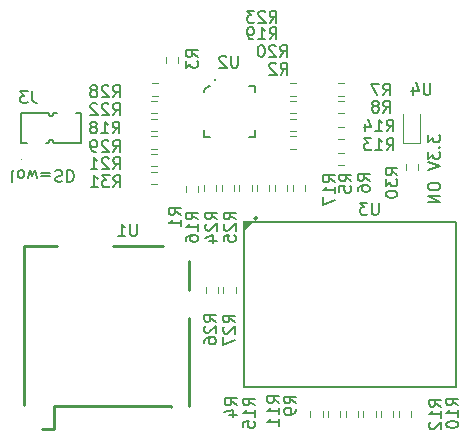
<source format=gbr>
%TF.GenerationSoftware,KiCad,Pcbnew,9.0.2*%
%TF.CreationDate,2025-06-23T22:31:53+02:00*%
%TF.ProjectId,Board,426f6172-642e-46b6-9963-61645f706362,rev?*%
%TF.SameCoordinates,Original*%
%TF.FileFunction,Legend,Bot*%
%TF.FilePolarity,Positive*%
%FSLAX46Y46*%
G04 Gerber Fmt 4.6, Leading zero omitted, Abs format (unit mm)*
G04 Created by KiCad (PCBNEW 9.0.2) date 2025-06-23 22:31:53*
%MOMM*%
%LPD*%
G01*
G04 APERTURE LIST*
%ADD10C,0.150000*%
%ADD11C,0.120000*%
%ADD12C,0.254001*%
%ADD13C,0.152400*%
%ADD14C,0.059995*%
%ADD15C,0.149987*%
%ADD16C,0.100000*%
%ADD17C,0.152000*%
G04 APERTURE END LIST*
D10*
X103969819Y-73341541D02*
X103969819Y-73960588D01*
X103969819Y-73960588D02*
X104350771Y-73627255D01*
X104350771Y-73627255D02*
X104350771Y-73770112D01*
X104350771Y-73770112D02*
X104398390Y-73865350D01*
X104398390Y-73865350D02*
X104446009Y-73912969D01*
X104446009Y-73912969D02*
X104541247Y-73960588D01*
X104541247Y-73960588D02*
X104779342Y-73960588D01*
X104779342Y-73960588D02*
X104874580Y-73912969D01*
X104874580Y-73912969D02*
X104922200Y-73865350D01*
X104922200Y-73865350D02*
X104969819Y-73770112D01*
X104969819Y-73770112D02*
X104969819Y-73484398D01*
X104969819Y-73484398D02*
X104922200Y-73389160D01*
X104922200Y-73389160D02*
X104874580Y-73341541D01*
X104874580Y-74389160D02*
X104922200Y-74436779D01*
X104922200Y-74436779D02*
X104969819Y-74389160D01*
X104969819Y-74389160D02*
X104922200Y-74341541D01*
X104922200Y-74341541D02*
X104874580Y-74389160D01*
X104874580Y-74389160D02*
X104969819Y-74389160D01*
X103969819Y-74770112D02*
X103969819Y-75389159D01*
X103969819Y-75389159D02*
X104350771Y-75055826D01*
X104350771Y-75055826D02*
X104350771Y-75198683D01*
X104350771Y-75198683D02*
X104398390Y-75293921D01*
X104398390Y-75293921D02*
X104446009Y-75341540D01*
X104446009Y-75341540D02*
X104541247Y-75389159D01*
X104541247Y-75389159D02*
X104779342Y-75389159D01*
X104779342Y-75389159D02*
X104874580Y-75341540D01*
X104874580Y-75341540D02*
X104922200Y-75293921D01*
X104922200Y-75293921D02*
X104969819Y-75198683D01*
X104969819Y-75198683D02*
X104969819Y-74912969D01*
X104969819Y-74912969D02*
X104922200Y-74817731D01*
X104922200Y-74817731D02*
X104874580Y-74770112D01*
X103969819Y-75674874D02*
X104969819Y-76008207D01*
X104969819Y-76008207D02*
X103969819Y-76341540D01*
X103969819Y-77627255D02*
X103969819Y-77817731D01*
X103969819Y-77817731D02*
X104017438Y-77912969D01*
X104017438Y-77912969D02*
X104112676Y-78008207D01*
X104112676Y-78008207D02*
X104303152Y-78055826D01*
X104303152Y-78055826D02*
X104636485Y-78055826D01*
X104636485Y-78055826D02*
X104826961Y-78008207D01*
X104826961Y-78008207D02*
X104922200Y-77912969D01*
X104922200Y-77912969D02*
X104969819Y-77817731D01*
X104969819Y-77817731D02*
X104969819Y-77627255D01*
X104969819Y-77627255D02*
X104922200Y-77532017D01*
X104922200Y-77532017D02*
X104826961Y-77436779D01*
X104826961Y-77436779D02*
X104636485Y-77389160D01*
X104636485Y-77389160D02*
X104303152Y-77389160D01*
X104303152Y-77389160D02*
X104112676Y-77436779D01*
X104112676Y-77436779D02*
X104017438Y-77532017D01*
X104017438Y-77532017D02*
X103969819Y-77627255D01*
X104969819Y-78484398D02*
X103969819Y-78484398D01*
X103969819Y-78484398D02*
X104969819Y-79055826D01*
X104969819Y-79055826D02*
X103969819Y-79055826D01*
X68879636Y-76330180D02*
X68784398Y-76377800D01*
X68784398Y-76377800D02*
X68736779Y-76473038D01*
X68736779Y-76473038D02*
X68736779Y-77330180D01*
X69403446Y-76330180D02*
X69308208Y-76377800D01*
X69308208Y-76377800D02*
X69260589Y-76425419D01*
X69260589Y-76425419D02*
X69212970Y-76520657D01*
X69212970Y-76520657D02*
X69212970Y-76806371D01*
X69212970Y-76806371D02*
X69260589Y-76901609D01*
X69260589Y-76901609D02*
X69308208Y-76949228D01*
X69308208Y-76949228D02*
X69403446Y-76996847D01*
X69403446Y-76996847D02*
X69546303Y-76996847D01*
X69546303Y-76996847D02*
X69641541Y-76949228D01*
X69641541Y-76949228D02*
X69689160Y-76901609D01*
X69689160Y-76901609D02*
X69736779Y-76806371D01*
X69736779Y-76806371D02*
X69736779Y-76520657D01*
X69736779Y-76520657D02*
X69689160Y-76425419D01*
X69689160Y-76425419D02*
X69641541Y-76377800D01*
X69641541Y-76377800D02*
X69546303Y-76330180D01*
X69546303Y-76330180D02*
X69403446Y-76330180D01*
X70070113Y-76996847D02*
X70260589Y-76330180D01*
X70260589Y-76330180D02*
X70451065Y-76806371D01*
X70451065Y-76806371D02*
X70641541Y-76330180D01*
X70641541Y-76330180D02*
X70832017Y-76996847D01*
X71212970Y-76853990D02*
X71974875Y-76853990D01*
X71974875Y-76568276D02*
X71212970Y-76568276D01*
X72403446Y-76377800D02*
X72546303Y-76330180D01*
X72546303Y-76330180D02*
X72784398Y-76330180D01*
X72784398Y-76330180D02*
X72879636Y-76377800D01*
X72879636Y-76377800D02*
X72927255Y-76425419D01*
X72927255Y-76425419D02*
X72974874Y-76520657D01*
X72974874Y-76520657D02*
X72974874Y-76615895D01*
X72974874Y-76615895D02*
X72927255Y-76711133D01*
X72927255Y-76711133D02*
X72879636Y-76758752D01*
X72879636Y-76758752D02*
X72784398Y-76806371D01*
X72784398Y-76806371D02*
X72593922Y-76853990D01*
X72593922Y-76853990D02*
X72498684Y-76901609D01*
X72498684Y-76901609D02*
X72451065Y-76949228D01*
X72451065Y-76949228D02*
X72403446Y-77044466D01*
X72403446Y-77044466D02*
X72403446Y-77139704D01*
X72403446Y-77139704D02*
X72451065Y-77234942D01*
X72451065Y-77234942D02*
X72498684Y-77282561D01*
X72498684Y-77282561D02*
X72593922Y-77330180D01*
X72593922Y-77330180D02*
X72832017Y-77330180D01*
X72832017Y-77330180D02*
X72974874Y-77282561D01*
X73403446Y-76330180D02*
X73403446Y-77330180D01*
X73403446Y-77330180D02*
X73641541Y-77330180D01*
X73641541Y-77330180D02*
X73784398Y-77282561D01*
X73784398Y-77282561D02*
X73879636Y-77187323D01*
X73879636Y-77187323D02*
X73927255Y-77092085D01*
X73927255Y-77092085D02*
X73974874Y-76901609D01*
X73974874Y-76901609D02*
X73974874Y-76758752D01*
X73974874Y-76758752D02*
X73927255Y-76568276D01*
X73927255Y-76568276D02*
X73879636Y-76473038D01*
X73879636Y-76473038D02*
X73784398Y-76377800D01*
X73784398Y-76377800D02*
X73641541Y-76330180D01*
X73641541Y-76330180D02*
X73403446Y-76330180D01*
X104161904Y-68954819D02*
X104161904Y-69764342D01*
X104161904Y-69764342D02*
X104114285Y-69859580D01*
X104114285Y-69859580D02*
X104066666Y-69907200D01*
X104066666Y-69907200D02*
X103971428Y-69954819D01*
X103971428Y-69954819D02*
X103780952Y-69954819D01*
X103780952Y-69954819D02*
X103685714Y-69907200D01*
X103685714Y-69907200D02*
X103638095Y-69859580D01*
X103638095Y-69859580D02*
X103590476Y-69764342D01*
X103590476Y-69764342D02*
X103590476Y-68954819D01*
X102685714Y-69288152D02*
X102685714Y-69954819D01*
X102923809Y-68907200D02*
X103161904Y-69621485D01*
X103161904Y-69621485D02*
X102542857Y-69621485D01*
X86005404Y-89166352D02*
X85529213Y-88833019D01*
X86005404Y-88594924D02*
X85005404Y-88594924D01*
X85005404Y-88594924D02*
X85005404Y-88975876D01*
X85005404Y-88975876D02*
X85053023Y-89071114D01*
X85053023Y-89071114D02*
X85100642Y-89118733D01*
X85100642Y-89118733D02*
X85195880Y-89166352D01*
X85195880Y-89166352D02*
X85338737Y-89166352D01*
X85338737Y-89166352D02*
X85433975Y-89118733D01*
X85433975Y-89118733D02*
X85481594Y-89071114D01*
X85481594Y-89071114D02*
X85529213Y-88975876D01*
X85529213Y-88975876D02*
X85529213Y-88594924D01*
X85100642Y-89547305D02*
X85053023Y-89594924D01*
X85053023Y-89594924D02*
X85005404Y-89690162D01*
X85005404Y-89690162D02*
X85005404Y-89928257D01*
X85005404Y-89928257D02*
X85053023Y-90023495D01*
X85053023Y-90023495D02*
X85100642Y-90071114D01*
X85100642Y-90071114D02*
X85195880Y-90118733D01*
X85195880Y-90118733D02*
X85291118Y-90118733D01*
X85291118Y-90118733D02*
X85433975Y-90071114D01*
X85433975Y-90071114D02*
X86005404Y-89499686D01*
X86005404Y-89499686D02*
X86005404Y-90118733D01*
X85005404Y-90975876D02*
X85005404Y-90785400D01*
X85005404Y-90785400D02*
X85053023Y-90690162D01*
X85053023Y-90690162D02*
X85100642Y-90642543D01*
X85100642Y-90642543D02*
X85243499Y-90547305D01*
X85243499Y-90547305D02*
X85433975Y-90499686D01*
X85433975Y-90499686D02*
X85814927Y-90499686D01*
X85814927Y-90499686D02*
X85910165Y-90547305D01*
X85910165Y-90547305D02*
X85957785Y-90594924D01*
X85957785Y-90594924D02*
X86005404Y-90690162D01*
X86005404Y-90690162D02*
X86005404Y-90880638D01*
X86005404Y-90880638D02*
X85957785Y-90975876D01*
X85957785Y-90975876D02*
X85910165Y-91023495D01*
X85910165Y-91023495D02*
X85814927Y-91071114D01*
X85814927Y-91071114D02*
X85576832Y-91071114D01*
X85576832Y-91071114D02*
X85481594Y-91023495D01*
X85481594Y-91023495D02*
X85433975Y-90975876D01*
X85433975Y-90975876D02*
X85386356Y-90880638D01*
X85386356Y-90880638D02*
X85386356Y-90690162D01*
X85386356Y-90690162D02*
X85433975Y-90594924D01*
X85433975Y-90594924D02*
X85481594Y-90547305D01*
X85481594Y-90547305D02*
X85576832Y-90499686D01*
X84454819Y-66733333D02*
X83978628Y-66400000D01*
X84454819Y-66161905D02*
X83454819Y-66161905D01*
X83454819Y-66161905D02*
X83454819Y-66542857D01*
X83454819Y-66542857D02*
X83502438Y-66638095D01*
X83502438Y-66638095D02*
X83550057Y-66685714D01*
X83550057Y-66685714D02*
X83645295Y-66733333D01*
X83645295Y-66733333D02*
X83788152Y-66733333D01*
X83788152Y-66733333D02*
X83883390Y-66685714D01*
X83883390Y-66685714D02*
X83931009Y-66638095D01*
X83931009Y-66638095D02*
X83978628Y-66542857D01*
X83978628Y-66542857D02*
X83978628Y-66161905D01*
X83454819Y-67066667D02*
X83454819Y-67685714D01*
X83454819Y-67685714D02*
X83835771Y-67352381D01*
X83835771Y-67352381D02*
X83835771Y-67495238D01*
X83835771Y-67495238D02*
X83883390Y-67590476D01*
X83883390Y-67590476D02*
X83931009Y-67638095D01*
X83931009Y-67638095D02*
X84026247Y-67685714D01*
X84026247Y-67685714D02*
X84264342Y-67685714D01*
X84264342Y-67685714D02*
X84359580Y-67638095D01*
X84359580Y-67638095D02*
X84407200Y-67590476D01*
X84407200Y-67590476D02*
X84454819Y-67495238D01*
X84454819Y-67495238D02*
X84454819Y-67209524D01*
X84454819Y-67209524D02*
X84407200Y-67114286D01*
X84407200Y-67114286D02*
X84359580Y-67066667D01*
X87754819Y-96233333D02*
X87278628Y-95900000D01*
X87754819Y-95661905D02*
X86754819Y-95661905D01*
X86754819Y-95661905D02*
X86754819Y-96042857D01*
X86754819Y-96042857D02*
X86802438Y-96138095D01*
X86802438Y-96138095D02*
X86850057Y-96185714D01*
X86850057Y-96185714D02*
X86945295Y-96233333D01*
X86945295Y-96233333D02*
X87088152Y-96233333D01*
X87088152Y-96233333D02*
X87183390Y-96185714D01*
X87183390Y-96185714D02*
X87231009Y-96138095D01*
X87231009Y-96138095D02*
X87278628Y-96042857D01*
X87278628Y-96042857D02*
X87278628Y-95661905D01*
X87088152Y-97090476D02*
X87754819Y-97090476D01*
X86707200Y-96852381D02*
X87421485Y-96614286D01*
X87421485Y-96614286D02*
X87421485Y-97233333D01*
X79311904Y-80904819D02*
X79311904Y-81714342D01*
X79311904Y-81714342D02*
X79264285Y-81809580D01*
X79264285Y-81809580D02*
X79216666Y-81857200D01*
X79216666Y-81857200D02*
X79121428Y-81904819D01*
X79121428Y-81904819D02*
X78930952Y-81904819D01*
X78930952Y-81904819D02*
X78835714Y-81857200D01*
X78835714Y-81857200D02*
X78788095Y-81809580D01*
X78788095Y-81809580D02*
X78740476Y-81714342D01*
X78740476Y-81714342D02*
X78740476Y-80904819D01*
X77740476Y-81904819D02*
X78311904Y-81904819D01*
X78026190Y-81904819D02*
X78026190Y-80904819D01*
X78026190Y-80904819D02*
X78121428Y-81047676D01*
X78121428Y-81047676D02*
X78216666Y-81142914D01*
X78216666Y-81142914D02*
X78311904Y-81190533D01*
X77252857Y-73229819D02*
X77586190Y-72753628D01*
X77824285Y-73229819D02*
X77824285Y-72229819D01*
X77824285Y-72229819D02*
X77443333Y-72229819D01*
X77443333Y-72229819D02*
X77348095Y-72277438D01*
X77348095Y-72277438D02*
X77300476Y-72325057D01*
X77300476Y-72325057D02*
X77252857Y-72420295D01*
X77252857Y-72420295D02*
X77252857Y-72563152D01*
X77252857Y-72563152D02*
X77300476Y-72658390D01*
X77300476Y-72658390D02*
X77348095Y-72706009D01*
X77348095Y-72706009D02*
X77443333Y-72753628D01*
X77443333Y-72753628D02*
X77824285Y-72753628D01*
X76300476Y-73229819D02*
X76871904Y-73229819D01*
X76586190Y-73229819D02*
X76586190Y-72229819D01*
X76586190Y-72229819D02*
X76681428Y-72372676D01*
X76681428Y-72372676D02*
X76776666Y-72467914D01*
X76776666Y-72467914D02*
X76871904Y-72515533D01*
X75729047Y-72658390D02*
X75824285Y-72610771D01*
X75824285Y-72610771D02*
X75871904Y-72563152D01*
X75871904Y-72563152D02*
X75919523Y-72467914D01*
X75919523Y-72467914D02*
X75919523Y-72420295D01*
X75919523Y-72420295D02*
X75871904Y-72325057D01*
X75871904Y-72325057D02*
X75824285Y-72277438D01*
X75824285Y-72277438D02*
X75729047Y-72229819D01*
X75729047Y-72229819D02*
X75538571Y-72229819D01*
X75538571Y-72229819D02*
X75443333Y-72277438D01*
X75443333Y-72277438D02*
X75395714Y-72325057D01*
X75395714Y-72325057D02*
X75348095Y-72420295D01*
X75348095Y-72420295D02*
X75348095Y-72467914D01*
X75348095Y-72467914D02*
X75395714Y-72563152D01*
X75395714Y-72563152D02*
X75443333Y-72610771D01*
X75443333Y-72610771D02*
X75538571Y-72658390D01*
X75538571Y-72658390D02*
X75729047Y-72658390D01*
X75729047Y-72658390D02*
X75824285Y-72706009D01*
X75824285Y-72706009D02*
X75871904Y-72753628D01*
X75871904Y-72753628D02*
X75919523Y-72848866D01*
X75919523Y-72848866D02*
X75919523Y-73039342D01*
X75919523Y-73039342D02*
X75871904Y-73134580D01*
X75871904Y-73134580D02*
X75824285Y-73182200D01*
X75824285Y-73182200D02*
X75729047Y-73229819D01*
X75729047Y-73229819D02*
X75538571Y-73229819D01*
X75538571Y-73229819D02*
X75443333Y-73182200D01*
X75443333Y-73182200D02*
X75395714Y-73134580D01*
X75395714Y-73134580D02*
X75348095Y-73039342D01*
X75348095Y-73039342D02*
X75348095Y-72848866D01*
X75348095Y-72848866D02*
X75395714Y-72753628D01*
X75395714Y-72753628D02*
X75443333Y-72706009D01*
X75443333Y-72706009D02*
X75538571Y-72658390D01*
X106504819Y-96257142D02*
X106028628Y-95923809D01*
X106504819Y-95685714D02*
X105504819Y-95685714D01*
X105504819Y-95685714D02*
X105504819Y-96066666D01*
X105504819Y-96066666D02*
X105552438Y-96161904D01*
X105552438Y-96161904D02*
X105600057Y-96209523D01*
X105600057Y-96209523D02*
X105695295Y-96257142D01*
X105695295Y-96257142D02*
X105838152Y-96257142D01*
X105838152Y-96257142D02*
X105933390Y-96209523D01*
X105933390Y-96209523D02*
X105981009Y-96161904D01*
X105981009Y-96161904D02*
X106028628Y-96066666D01*
X106028628Y-96066666D02*
X106028628Y-95685714D01*
X106504819Y-97209523D02*
X106504819Y-96638095D01*
X106504819Y-96923809D02*
X105504819Y-96923809D01*
X105504819Y-96923809D02*
X105647676Y-96828571D01*
X105647676Y-96828571D02*
X105742914Y-96733333D01*
X105742914Y-96733333D02*
X105790533Y-96638095D01*
X105504819Y-97828571D02*
X105504819Y-97923809D01*
X105504819Y-97923809D02*
X105552438Y-98019047D01*
X105552438Y-98019047D02*
X105600057Y-98066666D01*
X105600057Y-98066666D02*
X105695295Y-98114285D01*
X105695295Y-98114285D02*
X105885771Y-98161904D01*
X105885771Y-98161904D02*
X106123866Y-98161904D01*
X106123866Y-98161904D02*
X106314342Y-98114285D01*
X106314342Y-98114285D02*
X106409580Y-98066666D01*
X106409580Y-98066666D02*
X106457200Y-98019047D01*
X106457200Y-98019047D02*
X106504819Y-97923809D01*
X106504819Y-97923809D02*
X106504819Y-97828571D01*
X106504819Y-97828571D02*
X106457200Y-97733333D01*
X106457200Y-97733333D02*
X106409580Y-97685714D01*
X106409580Y-97685714D02*
X106314342Y-97638095D01*
X106314342Y-97638095D02*
X106123866Y-97590476D01*
X106123866Y-97590476D02*
X105885771Y-97590476D01*
X105885771Y-97590476D02*
X105695295Y-97638095D01*
X105695295Y-97638095D02*
X105600057Y-97685714D01*
X105600057Y-97685714D02*
X105552438Y-97733333D01*
X105552438Y-97733333D02*
X105504819Y-97828571D01*
X92754819Y-96083333D02*
X92278628Y-95750000D01*
X92754819Y-95511905D02*
X91754819Y-95511905D01*
X91754819Y-95511905D02*
X91754819Y-95892857D01*
X91754819Y-95892857D02*
X91802438Y-95988095D01*
X91802438Y-95988095D02*
X91850057Y-96035714D01*
X91850057Y-96035714D02*
X91945295Y-96083333D01*
X91945295Y-96083333D02*
X92088152Y-96083333D01*
X92088152Y-96083333D02*
X92183390Y-96035714D01*
X92183390Y-96035714D02*
X92231009Y-95988095D01*
X92231009Y-95988095D02*
X92278628Y-95892857D01*
X92278628Y-95892857D02*
X92278628Y-95511905D01*
X92754819Y-96559524D02*
X92754819Y-96750000D01*
X92754819Y-96750000D02*
X92707200Y-96845238D01*
X92707200Y-96845238D02*
X92659580Y-96892857D01*
X92659580Y-96892857D02*
X92516723Y-96988095D01*
X92516723Y-96988095D02*
X92326247Y-97035714D01*
X92326247Y-97035714D02*
X91945295Y-97035714D01*
X91945295Y-97035714D02*
X91850057Y-96988095D01*
X91850057Y-96988095D02*
X91802438Y-96940476D01*
X91802438Y-96940476D02*
X91754819Y-96845238D01*
X91754819Y-96845238D02*
X91754819Y-96654762D01*
X91754819Y-96654762D02*
X91802438Y-96559524D01*
X91802438Y-96559524D02*
X91850057Y-96511905D01*
X91850057Y-96511905D02*
X91945295Y-96464286D01*
X91945295Y-96464286D02*
X92183390Y-96464286D01*
X92183390Y-96464286D02*
X92278628Y-96511905D01*
X92278628Y-96511905D02*
X92326247Y-96559524D01*
X92326247Y-96559524D02*
X92373866Y-96654762D01*
X92373866Y-96654762D02*
X92373866Y-96845238D01*
X92373866Y-96845238D02*
X92326247Y-96940476D01*
X92326247Y-96940476D02*
X92278628Y-96988095D01*
X92278628Y-96988095D02*
X92183390Y-97035714D01*
X91466666Y-68254819D02*
X91799999Y-67778628D01*
X92038094Y-68254819D02*
X92038094Y-67254819D01*
X92038094Y-67254819D02*
X91657142Y-67254819D01*
X91657142Y-67254819D02*
X91561904Y-67302438D01*
X91561904Y-67302438D02*
X91514285Y-67350057D01*
X91514285Y-67350057D02*
X91466666Y-67445295D01*
X91466666Y-67445295D02*
X91466666Y-67588152D01*
X91466666Y-67588152D02*
X91514285Y-67683390D01*
X91514285Y-67683390D02*
X91561904Y-67731009D01*
X91561904Y-67731009D02*
X91657142Y-67778628D01*
X91657142Y-67778628D02*
X92038094Y-67778628D01*
X91085713Y-67350057D02*
X91038094Y-67302438D01*
X91038094Y-67302438D02*
X90942856Y-67254819D01*
X90942856Y-67254819D02*
X90704761Y-67254819D01*
X90704761Y-67254819D02*
X90609523Y-67302438D01*
X90609523Y-67302438D02*
X90561904Y-67350057D01*
X90561904Y-67350057D02*
X90514285Y-67445295D01*
X90514285Y-67445295D02*
X90514285Y-67540533D01*
X90514285Y-67540533D02*
X90561904Y-67683390D01*
X90561904Y-67683390D02*
X91133332Y-68254819D01*
X91133332Y-68254819D02*
X90514285Y-68254819D01*
X90542857Y-65254819D02*
X90876190Y-64778628D01*
X91114285Y-65254819D02*
X91114285Y-64254819D01*
X91114285Y-64254819D02*
X90733333Y-64254819D01*
X90733333Y-64254819D02*
X90638095Y-64302438D01*
X90638095Y-64302438D02*
X90590476Y-64350057D01*
X90590476Y-64350057D02*
X90542857Y-64445295D01*
X90542857Y-64445295D02*
X90542857Y-64588152D01*
X90542857Y-64588152D02*
X90590476Y-64683390D01*
X90590476Y-64683390D02*
X90638095Y-64731009D01*
X90638095Y-64731009D02*
X90733333Y-64778628D01*
X90733333Y-64778628D02*
X91114285Y-64778628D01*
X89590476Y-65254819D02*
X90161904Y-65254819D01*
X89876190Y-65254819D02*
X89876190Y-64254819D01*
X89876190Y-64254819D02*
X89971428Y-64397676D01*
X89971428Y-64397676D02*
X90066666Y-64492914D01*
X90066666Y-64492914D02*
X90161904Y-64540533D01*
X89114285Y-65254819D02*
X88923809Y-65254819D01*
X88923809Y-65254819D02*
X88828571Y-65207200D01*
X88828571Y-65207200D02*
X88780952Y-65159580D01*
X88780952Y-65159580D02*
X88685714Y-65016723D01*
X88685714Y-65016723D02*
X88638095Y-64826247D01*
X88638095Y-64826247D02*
X88638095Y-64445295D01*
X88638095Y-64445295D02*
X88685714Y-64350057D01*
X88685714Y-64350057D02*
X88733333Y-64302438D01*
X88733333Y-64302438D02*
X88828571Y-64254819D01*
X88828571Y-64254819D02*
X89019047Y-64254819D01*
X89019047Y-64254819D02*
X89114285Y-64302438D01*
X89114285Y-64302438D02*
X89161904Y-64350057D01*
X89161904Y-64350057D02*
X89209523Y-64445295D01*
X89209523Y-64445295D02*
X89209523Y-64683390D01*
X89209523Y-64683390D02*
X89161904Y-64778628D01*
X89161904Y-64778628D02*
X89114285Y-64826247D01*
X89114285Y-64826247D02*
X89019047Y-64873866D01*
X89019047Y-64873866D02*
X88828571Y-64873866D01*
X88828571Y-64873866D02*
X88733333Y-64826247D01*
X88733333Y-64826247D02*
X88685714Y-64778628D01*
X88685714Y-64778628D02*
X88638095Y-64683390D01*
X77267857Y-71679819D02*
X77601190Y-71203628D01*
X77839285Y-71679819D02*
X77839285Y-70679819D01*
X77839285Y-70679819D02*
X77458333Y-70679819D01*
X77458333Y-70679819D02*
X77363095Y-70727438D01*
X77363095Y-70727438D02*
X77315476Y-70775057D01*
X77315476Y-70775057D02*
X77267857Y-70870295D01*
X77267857Y-70870295D02*
X77267857Y-71013152D01*
X77267857Y-71013152D02*
X77315476Y-71108390D01*
X77315476Y-71108390D02*
X77363095Y-71156009D01*
X77363095Y-71156009D02*
X77458333Y-71203628D01*
X77458333Y-71203628D02*
X77839285Y-71203628D01*
X76886904Y-70775057D02*
X76839285Y-70727438D01*
X76839285Y-70727438D02*
X76744047Y-70679819D01*
X76744047Y-70679819D02*
X76505952Y-70679819D01*
X76505952Y-70679819D02*
X76410714Y-70727438D01*
X76410714Y-70727438D02*
X76363095Y-70775057D01*
X76363095Y-70775057D02*
X76315476Y-70870295D01*
X76315476Y-70870295D02*
X76315476Y-70965533D01*
X76315476Y-70965533D02*
X76363095Y-71108390D01*
X76363095Y-71108390D02*
X76934523Y-71679819D01*
X76934523Y-71679819D02*
X76315476Y-71679819D01*
X75934523Y-70775057D02*
X75886904Y-70727438D01*
X75886904Y-70727438D02*
X75791666Y-70679819D01*
X75791666Y-70679819D02*
X75553571Y-70679819D01*
X75553571Y-70679819D02*
X75458333Y-70727438D01*
X75458333Y-70727438D02*
X75410714Y-70775057D01*
X75410714Y-70775057D02*
X75363095Y-70870295D01*
X75363095Y-70870295D02*
X75363095Y-70965533D01*
X75363095Y-70965533D02*
X75410714Y-71108390D01*
X75410714Y-71108390D02*
X75982142Y-71679819D01*
X75982142Y-71679819D02*
X75363095Y-71679819D01*
X99761904Y-79104819D02*
X99761904Y-79914342D01*
X99761904Y-79914342D02*
X99714285Y-80009580D01*
X99714285Y-80009580D02*
X99666666Y-80057200D01*
X99666666Y-80057200D02*
X99571428Y-80104819D01*
X99571428Y-80104819D02*
X99380952Y-80104819D01*
X99380952Y-80104819D02*
X99285714Y-80057200D01*
X99285714Y-80057200D02*
X99238095Y-80009580D01*
X99238095Y-80009580D02*
X99190476Y-79914342D01*
X99190476Y-79914342D02*
X99190476Y-79104819D01*
X98809523Y-79104819D02*
X98190476Y-79104819D01*
X98190476Y-79104819D02*
X98523809Y-79485771D01*
X98523809Y-79485771D02*
X98380952Y-79485771D01*
X98380952Y-79485771D02*
X98285714Y-79533390D01*
X98285714Y-79533390D02*
X98238095Y-79581009D01*
X98238095Y-79581009D02*
X98190476Y-79676247D01*
X98190476Y-79676247D02*
X98190476Y-79914342D01*
X98190476Y-79914342D02*
X98238095Y-80009580D01*
X98238095Y-80009580D02*
X98285714Y-80057200D01*
X98285714Y-80057200D02*
X98380952Y-80104819D01*
X98380952Y-80104819D02*
X98666666Y-80104819D01*
X98666666Y-80104819D02*
X98761904Y-80057200D01*
X98761904Y-80057200D02*
X98809523Y-80009580D01*
X90542857Y-63854819D02*
X90876190Y-63378628D01*
X91114285Y-63854819D02*
X91114285Y-62854819D01*
X91114285Y-62854819D02*
X90733333Y-62854819D01*
X90733333Y-62854819D02*
X90638095Y-62902438D01*
X90638095Y-62902438D02*
X90590476Y-62950057D01*
X90590476Y-62950057D02*
X90542857Y-63045295D01*
X90542857Y-63045295D02*
X90542857Y-63188152D01*
X90542857Y-63188152D02*
X90590476Y-63283390D01*
X90590476Y-63283390D02*
X90638095Y-63331009D01*
X90638095Y-63331009D02*
X90733333Y-63378628D01*
X90733333Y-63378628D02*
X91114285Y-63378628D01*
X90161904Y-62950057D02*
X90114285Y-62902438D01*
X90114285Y-62902438D02*
X90019047Y-62854819D01*
X90019047Y-62854819D02*
X89780952Y-62854819D01*
X89780952Y-62854819D02*
X89685714Y-62902438D01*
X89685714Y-62902438D02*
X89638095Y-62950057D01*
X89638095Y-62950057D02*
X89590476Y-63045295D01*
X89590476Y-63045295D02*
X89590476Y-63140533D01*
X89590476Y-63140533D02*
X89638095Y-63283390D01*
X89638095Y-63283390D02*
X90209523Y-63854819D01*
X90209523Y-63854819D02*
X89590476Y-63854819D01*
X89257142Y-62854819D02*
X88638095Y-62854819D01*
X88638095Y-62854819D02*
X88971428Y-63235771D01*
X88971428Y-63235771D02*
X88828571Y-63235771D01*
X88828571Y-63235771D02*
X88733333Y-63283390D01*
X88733333Y-63283390D02*
X88685714Y-63331009D01*
X88685714Y-63331009D02*
X88638095Y-63426247D01*
X88638095Y-63426247D02*
X88638095Y-63664342D01*
X88638095Y-63664342D02*
X88685714Y-63759580D01*
X88685714Y-63759580D02*
X88733333Y-63807200D01*
X88733333Y-63807200D02*
X88828571Y-63854819D01*
X88828571Y-63854819D02*
X89114285Y-63854819D01*
X89114285Y-63854819D02*
X89209523Y-63807200D01*
X89209523Y-63807200D02*
X89257142Y-63759580D01*
X100166666Y-70004819D02*
X100499999Y-69528628D01*
X100738094Y-70004819D02*
X100738094Y-69004819D01*
X100738094Y-69004819D02*
X100357142Y-69004819D01*
X100357142Y-69004819D02*
X100261904Y-69052438D01*
X100261904Y-69052438D02*
X100214285Y-69100057D01*
X100214285Y-69100057D02*
X100166666Y-69195295D01*
X100166666Y-69195295D02*
X100166666Y-69338152D01*
X100166666Y-69338152D02*
X100214285Y-69433390D01*
X100214285Y-69433390D02*
X100261904Y-69481009D01*
X100261904Y-69481009D02*
X100357142Y-69528628D01*
X100357142Y-69528628D02*
X100738094Y-69528628D01*
X99833332Y-69004819D02*
X99166666Y-69004819D01*
X99166666Y-69004819D02*
X99595237Y-70004819D01*
X97454819Y-77282850D02*
X96978628Y-76949517D01*
X97454819Y-76711422D02*
X96454819Y-76711422D01*
X96454819Y-76711422D02*
X96454819Y-77092374D01*
X96454819Y-77092374D02*
X96502438Y-77187612D01*
X96502438Y-77187612D02*
X96550057Y-77235231D01*
X96550057Y-77235231D02*
X96645295Y-77282850D01*
X96645295Y-77282850D02*
X96788152Y-77282850D01*
X96788152Y-77282850D02*
X96883390Y-77235231D01*
X96883390Y-77235231D02*
X96931009Y-77187612D01*
X96931009Y-77187612D02*
X96978628Y-77092374D01*
X96978628Y-77092374D02*
X96978628Y-76711422D01*
X96454819Y-78187612D02*
X96454819Y-77711422D01*
X96454819Y-77711422D02*
X96931009Y-77663803D01*
X96931009Y-77663803D02*
X96883390Y-77711422D01*
X96883390Y-77711422D02*
X96835771Y-77806660D01*
X96835771Y-77806660D02*
X96835771Y-78044755D01*
X96835771Y-78044755D02*
X96883390Y-78139993D01*
X96883390Y-78139993D02*
X96931009Y-78187612D01*
X96931009Y-78187612D02*
X97026247Y-78235231D01*
X97026247Y-78235231D02*
X97264342Y-78235231D01*
X97264342Y-78235231D02*
X97359580Y-78187612D01*
X97359580Y-78187612D02*
X97407200Y-78139993D01*
X97407200Y-78139993D02*
X97454819Y-78044755D01*
X97454819Y-78044755D02*
X97454819Y-77806660D01*
X97454819Y-77806660D02*
X97407200Y-77711422D01*
X97407200Y-77711422D02*
X97359580Y-77663803D01*
X96054819Y-77357142D02*
X95578628Y-77023809D01*
X96054819Y-76785714D02*
X95054819Y-76785714D01*
X95054819Y-76785714D02*
X95054819Y-77166666D01*
X95054819Y-77166666D02*
X95102438Y-77261904D01*
X95102438Y-77261904D02*
X95150057Y-77309523D01*
X95150057Y-77309523D02*
X95245295Y-77357142D01*
X95245295Y-77357142D02*
X95388152Y-77357142D01*
X95388152Y-77357142D02*
X95483390Y-77309523D01*
X95483390Y-77309523D02*
X95531009Y-77261904D01*
X95531009Y-77261904D02*
X95578628Y-77166666D01*
X95578628Y-77166666D02*
X95578628Y-76785714D01*
X96054819Y-78309523D02*
X96054819Y-77738095D01*
X96054819Y-78023809D02*
X95054819Y-78023809D01*
X95054819Y-78023809D02*
X95197676Y-77928571D01*
X95197676Y-77928571D02*
X95292914Y-77833333D01*
X95292914Y-77833333D02*
X95340533Y-77738095D01*
X95054819Y-78642857D02*
X95054819Y-79309523D01*
X95054819Y-79309523D02*
X96054819Y-78880952D01*
X87861904Y-66654819D02*
X87861904Y-67464342D01*
X87861904Y-67464342D02*
X87814285Y-67559580D01*
X87814285Y-67559580D02*
X87766666Y-67607200D01*
X87766666Y-67607200D02*
X87671428Y-67654819D01*
X87671428Y-67654819D02*
X87480952Y-67654819D01*
X87480952Y-67654819D02*
X87385714Y-67607200D01*
X87385714Y-67607200D02*
X87338095Y-67559580D01*
X87338095Y-67559580D02*
X87290476Y-67464342D01*
X87290476Y-67464342D02*
X87290476Y-66654819D01*
X86861904Y-66750057D02*
X86814285Y-66702438D01*
X86814285Y-66702438D02*
X86719047Y-66654819D01*
X86719047Y-66654819D02*
X86480952Y-66654819D01*
X86480952Y-66654819D02*
X86385714Y-66702438D01*
X86385714Y-66702438D02*
X86338095Y-66750057D01*
X86338095Y-66750057D02*
X86290476Y-66845295D01*
X86290476Y-66845295D02*
X86290476Y-66940533D01*
X86290476Y-66940533D02*
X86338095Y-67083390D01*
X86338095Y-67083390D02*
X86909523Y-67654819D01*
X86909523Y-67654819D02*
X86290476Y-67654819D01*
X101354819Y-76757142D02*
X100878628Y-76423809D01*
X101354819Y-76185714D02*
X100354819Y-76185714D01*
X100354819Y-76185714D02*
X100354819Y-76566666D01*
X100354819Y-76566666D02*
X100402438Y-76661904D01*
X100402438Y-76661904D02*
X100450057Y-76709523D01*
X100450057Y-76709523D02*
X100545295Y-76757142D01*
X100545295Y-76757142D02*
X100688152Y-76757142D01*
X100688152Y-76757142D02*
X100783390Y-76709523D01*
X100783390Y-76709523D02*
X100831009Y-76661904D01*
X100831009Y-76661904D02*
X100878628Y-76566666D01*
X100878628Y-76566666D02*
X100878628Y-76185714D01*
X100354819Y-77090476D02*
X100354819Y-77709523D01*
X100354819Y-77709523D02*
X100735771Y-77376190D01*
X100735771Y-77376190D02*
X100735771Y-77519047D01*
X100735771Y-77519047D02*
X100783390Y-77614285D01*
X100783390Y-77614285D02*
X100831009Y-77661904D01*
X100831009Y-77661904D02*
X100926247Y-77709523D01*
X100926247Y-77709523D02*
X101164342Y-77709523D01*
X101164342Y-77709523D02*
X101259580Y-77661904D01*
X101259580Y-77661904D02*
X101307200Y-77614285D01*
X101307200Y-77614285D02*
X101354819Y-77519047D01*
X101354819Y-77519047D02*
X101354819Y-77233333D01*
X101354819Y-77233333D02*
X101307200Y-77138095D01*
X101307200Y-77138095D02*
X101259580Y-77090476D01*
X100354819Y-78328571D02*
X100354819Y-78423809D01*
X100354819Y-78423809D02*
X100402438Y-78519047D01*
X100402438Y-78519047D02*
X100450057Y-78566666D01*
X100450057Y-78566666D02*
X100545295Y-78614285D01*
X100545295Y-78614285D02*
X100735771Y-78661904D01*
X100735771Y-78661904D02*
X100973866Y-78661904D01*
X100973866Y-78661904D02*
X101164342Y-78614285D01*
X101164342Y-78614285D02*
X101259580Y-78566666D01*
X101259580Y-78566666D02*
X101307200Y-78519047D01*
X101307200Y-78519047D02*
X101354819Y-78423809D01*
X101354819Y-78423809D02*
X101354819Y-78328571D01*
X101354819Y-78328571D02*
X101307200Y-78233333D01*
X101307200Y-78233333D02*
X101259580Y-78185714D01*
X101259580Y-78185714D02*
X101164342Y-78138095D01*
X101164342Y-78138095D02*
X100973866Y-78090476D01*
X100973866Y-78090476D02*
X100735771Y-78090476D01*
X100735771Y-78090476D02*
X100545295Y-78138095D01*
X100545295Y-78138095D02*
X100450057Y-78185714D01*
X100450057Y-78185714D02*
X100402438Y-78233333D01*
X100402438Y-78233333D02*
X100354819Y-78328571D01*
X83004768Y-80133333D02*
X82528577Y-79800000D01*
X83004768Y-79561905D02*
X82004768Y-79561905D01*
X82004768Y-79561905D02*
X82004768Y-79942857D01*
X82004768Y-79942857D02*
X82052387Y-80038095D01*
X82052387Y-80038095D02*
X82100006Y-80085714D01*
X82100006Y-80085714D02*
X82195244Y-80133333D01*
X82195244Y-80133333D02*
X82338101Y-80133333D01*
X82338101Y-80133333D02*
X82433339Y-80085714D01*
X82433339Y-80085714D02*
X82480958Y-80038095D01*
X82480958Y-80038095D02*
X82528577Y-79942857D01*
X82528577Y-79942857D02*
X82528577Y-79561905D01*
X83004768Y-81085714D02*
X83004768Y-80514286D01*
X83004768Y-80800000D02*
X82004768Y-80800000D01*
X82004768Y-80800000D02*
X82147625Y-80704762D01*
X82147625Y-80704762D02*
X82242863Y-80609524D01*
X82242863Y-80609524D02*
X82290482Y-80514286D01*
X77292857Y-76254819D02*
X77626190Y-75778628D01*
X77864285Y-76254819D02*
X77864285Y-75254819D01*
X77864285Y-75254819D02*
X77483333Y-75254819D01*
X77483333Y-75254819D02*
X77388095Y-75302438D01*
X77388095Y-75302438D02*
X77340476Y-75350057D01*
X77340476Y-75350057D02*
X77292857Y-75445295D01*
X77292857Y-75445295D02*
X77292857Y-75588152D01*
X77292857Y-75588152D02*
X77340476Y-75683390D01*
X77340476Y-75683390D02*
X77388095Y-75731009D01*
X77388095Y-75731009D02*
X77483333Y-75778628D01*
X77483333Y-75778628D02*
X77864285Y-75778628D01*
X76911904Y-75350057D02*
X76864285Y-75302438D01*
X76864285Y-75302438D02*
X76769047Y-75254819D01*
X76769047Y-75254819D02*
X76530952Y-75254819D01*
X76530952Y-75254819D02*
X76435714Y-75302438D01*
X76435714Y-75302438D02*
X76388095Y-75350057D01*
X76388095Y-75350057D02*
X76340476Y-75445295D01*
X76340476Y-75445295D02*
X76340476Y-75540533D01*
X76340476Y-75540533D02*
X76388095Y-75683390D01*
X76388095Y-75683390D02*
X76959523Y-76254819D01*
X76959523Y-76254819D02*
X76340476Y-76254819D01*
X75388095Y-76254819D02*
X75959523Y-76254819D01*
X75673809Y-76254819D02*
X75673809Y-75254819D01*
X75673809Y-75254819D02*
X75769047Y-75397676D01*
X75769047Y-75397676D02*
X75864285Y-75492914D01*
X75864285Y-75492914D02*
X75959523Y-75540533D01*
X86104819Y-80511511D02*
X85628628Y-80178178D01*
X86104819Y-79940083D02*
X85104819Y-79940083D01*
X85104819Y-79940083D02*
X85104819Y-80321035D01*
X85104819Y-80321035D02*
X85152438Y-80416273D01*
X85152438Y-80416273D02*
X85200057Y-80463892D01*
X85200057Y-80463892D02*
X85295295Y-80511511D01*
X85295295Y-80511511D02*
X85438152Y-80511511D01*
X85438152Y-80511511D02*
X85533390Y-80463892D01*
X85533390Y-80463892D02*
X85581009Y-80416273D01*
X85581009Y-80416273D02*
X85628628Y-80321035D01*
X85628628Y-80321035D02*
X85628628Y-79940083D01*
X85200057Y-80892464D02*
X85152438Y-80940083D01*
X85152438Y-80940083D02*
X85104819Y-81035321D01*
X85104819Y-81035321D02*
X85104819Y-81273416D01*
X85104819Y-81273416D02*
X85152438Y-81368654D01*
X85152438Y-81368654D02*
X85200057Y-81416273D01*
X85200057Y-81416273D02*
X85295295Y-81463892D01*
X85295295Y-81463892D02*
X85390533Y-81463892D01*
X85390533Y-81463892D02*
X85533390Y-81416273D01*
X85533390Y-81416273D02*
X86104819Y-80844845D01*
X86104819Y-80844845D02*
X86104819Y-81463892D01*
X85438152Y-82321035D02*
X86104819Y-82321035D01*
X85057200Y-82082940D02*
X85771485Y-81844845D01*
X85771485Y-81844845D02*
X85771485Y-82463892D01*
X99004819Y-77233333D02*
X98528628Y-76900000D01*
X99004819Y-76661905D02*
X98004819Y-76661905D01*
X98004819Y-76661905D02*
X98004819Y-77042857D01*
X98004819Y-77042857D02*
X98052438Y-77138095D01*
X98052438Y-77138095D02*
X98100057Y-77185714D01*
X98100057Y-77185714D02*
X98195295Y-77233333D01*
X98195295Y-77233333D02*
X98338152Y-77233333D01*
X98338152Y-77233333D02*
X98433390Y-77185714D01*
X98433390Y-77185714D02*
X98481009Y-77138095D01*
X98481009Y-77138095D02*
X98528628Y-77042857D01*
X98528628Y-77042857D02*
X98528628Y-76661905D01*
X98004819Y-78090476D02*
X98004819Y-77900000D01*
X98004819Y-77900000D02*
X98052438Y-77804762D01*
X98052438Y-77804762D02*
X98100057Y-77757143D01*
X98100057Y-77757143D02*
X98242914Y-77661905D01*
X98242914Y-77661905D02*
X98433390Y-77614286D01*
X98433390Y-77614286D02*
X98814342Y-77614286D01*
X98814342Y-77614286D02*
X98909580Y-77661905D01*
X98909580Y-77661905D02*
X98957200Y-77709524D01*
X98957200Y-77709524D02*
X99004819Y-77804762D01*
X99004819Y-77804762D02*
X99004819Y-77995238D01*
X99004819Y-77995238D02*
X98957200Y-78090476D01*
X98957200Y-78090476D02*
X98909580Y-78138095D01*
X98909580Y-78138095D02*
X98814342Y-78185714D01*
X98814342Y-78185714D02*
X98576247Y-78185714D01*
X98576247Y-78185714D02*
X98481009Y-78138095D01*
X98481009Y-78138095D02*
X98433390Y-78090476D01*
X98433390Y-78090476D02*
X98385771Y-77995238D01*
X98385771Y-77995238D02*
X98385771Y-77804762D01*
X98385771Y-77804762D02*
X98433390Y-77709524D01*
X98433390Y-77709524D02*
X98481009Y-77661905D01*
X98481009Y-77661905D02*
X98576247Y-77614286D01*
X84454768Y-80511511D02*
X83978577Y-80178178D01*
X84454768Y-79940083D02*
X83454768Y-79940083D01*
X83454768Y-79940083D02*
X83454768Y-80321035D01*
X83454768Y-80321035D02*
X83502387Y-80416273D01*
X83502387Y-80416273D02*
X83550006Y-80463892D01*
X83550006Y-80463892D02*
X83645244Y-80511511D01*
X83645244Y-80511511D02*
X83788101Y-80511511D01*
X83788101Y-80511511D02*
X83883339Y-80463892D01*
X83883339Y-80463892D02*
X83930958Y-80416273D01*
X83930958Y-80416273D02*
X83978577Y-80321035D01*
X83978577Y-80321035D02*
X83978577Y-79940083D01*
X84454768Y-81463892D02*
X84454768Y-80892464D01*
X84454768Y-81178178D02*
X83454768Y-81178178D01*
X83454768Y-81178178D02*
X83597625Y-81082940D01*
X83597625Y-81082940D02*
X83692863Y-80987702D01*
X83692863Y-80987702D02*
X83740482Y-80892464D01*
X83454768Y-82321035D02*
X83454768Y-82130559D01*
X83454768Y-82130559D02*
X83502387Y-82035321D01*
X83502387Y-82035321D02*
X83550006Y-81987702D01*
X83550006Y-81987702D02*
X83692863Y-81892464D01*
X83692863Y-81892464D02*
X83883339Y-81844845D01*
X83883339Y-81844845D02*
X84264291Y-81844845D01*
X84264291Y-81844845D02*
X84359529Y-81892464D01*
X84359529Y-81892464D02*
X84407149Y-81940083D01*
X84407149Y-81940083D02*
X84454768Y-82035321D01*
X84454768Y-82035321D02*
X84454768Y-82225797D01*
X84454768Y-82225797D02*
X84407149Y-82321035D01*
X84407149Y-82321035D02*
X84359529Y-82368654D01*
X84359529Y-82368654D02*
X84264291Y-82416273D01*
X84264291Y-82416273D02*
X84026196Y-82416273D01*
X84026196Y-82416273D02*
X83930958Y-82368654D01*
X83930958Y-82368654D02*
X83883339Y-82321035D01*
X83883339Y-82321035D02*
X83835720Y-82225797D01*
X83835720Y-82225797D02*
X83835720Y-82035321D01*
X83835720Y-82035321D02*
X83883339Y-81940083D01*
X83883339Y-81940083D02*
X83930958Y-81892464D01*
X83930958Y-81892464D02*
X84026196Y-81844845D01*
X89304819Y-96257142D02*
X88828628Y-95923809D01*
X89304819Y-95685714D02*
X88304819Y-95685714D01*
X88304819Y-95685714D02*
X88304819Y-96066666D01*
X88304819Y-96066666D02*
X88352438Y-96161904D01*
X88352438Y-96161904D02*
X88400057Y-96209523D01*
X88400057Y-96209523D02*
X88495295Y-96257142D01*
X88495295Y-96257142D02*
X88638152Y-96257142D01*
X88638152Y-96257142D02*
X88733390Y-96209523D01*
X88733390Y-96209523D02*
X88781009Y-96161904D01*
X88781009Y-96161904D02*
X88828628Y-96066666D01*
X88828628Y-96066666D02*
X88828628Y-95685714D01*
X89304819Y-97209523D02*
X89304819Y-96638095D01*
X89304819Y-96923809D02*
X88304819Y-96923809D01*
X88304819Y-96923809D02*
X88447676Y-96828571D01*
X88447676Y-96828571D02*
X88542914Y-96733333D01*
X88542914Y-96733333D02*
X88590533Y-96638095D01*
X88304819Y-98114285D02*
X88304819Y-97638095D01*
X88304819Y-97638095D02*
X88781009Y-97590476D01*
X88781009Y-97590476D02*
X88733390Y-97638095D01*
X88733390Y-97638095D02*
X88685771Y-97733333D01*
X88685771Y-97733333D02*
X88685771Y-97971428D01*
X88685771Y-97971428D02*
X88733390Y-98066666D01*
X88733390Y-98066666D02*
X88781009Y-98114285D01*
X88781009Y-98114285D02*
X88876247Y-98161904D01*
X88876247Y-98161904D02*
X89114342Y-98161904D01*
X89114342Y-98161904D02*
X89209580Y-98114285D01*
X89209580Y-98114285D02*
X89257200Y-98066666D01*
X89257200Y-98066666D02*
X89304819Y-97971428D01*
X89304819Y-97971428D02*
X89304819Y-97733333D01*
X89304819Y-97733333D02*
X89257200Y-97638095D01*
X89257200Y-97638095D02*
X89209580Y-97590476D01*
X77317857Y-77779819D02*
X77651190Y-77303628D01*
X77889285Y-77779819D02*
X77889285Y-76779819D01*
X77889285Y-76779819D02*
X77508333Y-76779819D01*
X77508333Y-76779819D02*
X77413095Y-76827438D01*
X77413095Y-76827438D02*
X77365476Y-76875057D01*
X77365476Y-76875057D02*
X77317857Y-76970295D01*
X77317857Y-76970295D02*
X77317857Y-77113152D01*
X77317857Y-77113152D02*
X77365476Y-77208390D01*
X77365476Y-77208390D02*
X77413095Y-77256009D01*
X77413095Y-77256009D02*
X77508333Y-77303628D01*
X77508333Y-77303628D02*
X77889285Y-77303628D01*
X76984523Y-76779819D02*
X76365476Y-76779819D01*
X76365476Y-76779819D02*
X76698809Y-77160771D01*
X76698809Y-77160771D02*
X76555952Y-77160771D01*
X76555952Y-77160771D02*
X76460714Y-77208390D01*
X76460714Y-77208390D02*
X76413095Y-77256009D01*
X76413095Y-77256009D02*
X76365476Y-77351247D01*
X76365476Y-77351247D02*
X76365476Y-77589342D01*
X76365476Y-77589342D02*
X76413095Y-77684580D01*
X76413095Y-77684580D02*
X76460714Y-77732200D01*
X76460714Y-77732200D02*
X76555952Y-77779819D01*
X76555952Y-77779819D02*
X76841666Y-77779819D01*
X76841666Y-77779819D02*
X76936904Y-77732200D01*
X76936904Y-77732200D02*
X76984523Y-77684580D01*
X75413095Y-77779819D02*
X75984523Y-77779819D01*
X75698809Y-77779819D02*
X75698809Y-76779819D01*
X75698809Y-76779819D02*
X75794047Y-76922676D01*
X75794047Y-76922676D02*
X75889285Y-77017914D01*
X75889285Y-77017914D02*
X75984523Y-77065533D01*
X77267857Y-74779819D02*
X77601190Y-74303628D01*
X77839285Y-74779819D02*
X77839285Y-73779819D01*
X77839285Y-73779819D02*
X77458333Y-73779819D01*
X77458333Y-73779819D02*
X77363095Y-73827438D01*
X77363095Y-73827438D02*
X77315476Y-73875057D01*
X77315476Y-73875057D02*
X77267857Y-73970295D01*
X77267857Y-73970295D02*
X77267857Y-74113152D01*
X77267857Y-74113152D02*
X77315476Y-74208390D01*
X77315476Y-74208390D02*
X77363095Y-74256009D01*
X77363095Y-74256009D02*
X77458333Y-74303628D01*
X77458333Y-74303628D02*
X77839285Y-74303628D01*
X76886904Y-73875057D02*
X76839285Y-73827438D01*
X76839285Y-73827438D02*
X76744047Y-73779819D01*
X76744047Y-73779819D02*
X76505952Y-73779819D01*
X76505952Y-73779819D02*
X76410714Y-73827438D01*
X76410714Y-73827438D02*
X76363095Y-73875057D01*
X76363095Y-73875057D02*
X76315476Y-73970295D01*
X76315476Y-73970295D02*
X76315476Y-74065533D01*
X76315476Y-74065533D02*
X76363095Y-74208390D01*
X76363095Y-74208390D02*
X76934523Y-74779819D01*
X76934523Y-74779819D02*
X76315476Y-74779819D01*
X75839285Y-74779819D02*
X75648809Y-74779819D01*
X75648809Y-74779819D02*
X75553571Y-74732200D01*
X75553571Y-74732200D02*
X75505952Y-74684580D01*
X75505952Y-74684580D02*
X75410714Y-74541723D01*
X75410714Y-74541723D02*
X75363095Y-74351247D01*
X75363095Y-74351247D02*
X75363095Y-73970295D01*
X75363095Y-73970295D02*
X75410714Y-73875057D01*
X75410714Y-73875057D02*
X75458333Y-73827438D01*
X75458333Y-73827438D02*
X75553571Y-73779819D01*
X75553571Y-73779819D02*
X75744047Y-73779819D01*
X75744047Y-73779819D02*
X75839285Y-73827438D01*
X75839285Y-73827438D02*
X75886904Y-73875057D01*
X75886904Y-73875057D02*
X75934523Y-73970295D01*
X75934523Y-73970295D02*
X75934523Y-74208390D01*
X75934523Y-74208390D02*
X75886904Y-74303628D01*
X75886904Y-74303628D02*
X75839285Y-74351247D01*
X75839285Y-74351247D02*
X75744047Y-74398866D01*
X75744047Y-74398866D02*
X75553571Y-74398866D01*
X75553571Y-74398866D02*
X75458333Y-74351247D01*
X75458333Y-74351247D02*
X75410714Y-74303628D01*
X75410714Y-74303628D02*
X75363095Y-74208390D01*
X100442857Y-73054819D02*
X100776190Y-72578628D01*
X101014285Y-73054819D02*
X101014285Y-72054819D01*
X101014285Y-72054819D02*
X100633333Y-72054819D01*
X100633333Y-72054819D02*
X100538095Y-72102438D01*
X100538095Y-72102438D02*
X100490476Y-72150057D01*
X100490476Y-72150057D02*
X100442857Y-72245295D01*
X100442857Y-72245295D02*
X100442857Y-72388152D01*
X100442857Y-72388152D02*
X100490476Y-72483390D01*
X100490476Y-72483390D02*
X100538095Y-72531009D01*
X100538095Y-72531009D02*
X100633333Y-72578628D01*
X100633333Y-72578628D02*
X101014285Y-72578628D01*
X99490476Y-73054819D02*
X100061904Y-73054819D01*
X99776190Y-73054819D02*
X99776190Y-72054819D01*
X99776190Y-72054819D02*
X99871428Y-72197676D01*
X99871428Y-72197676D02*
X99966666Y-72292914D01*
X99966666Y-72292914D02*
X100061904Y-72340533D01*
X98633333Y-72388152D02*
X98633333Y-73054819D01*
X98871428Y-72007200D02*
X99109523Y-72721485D01*
X99109523Y-72721485D02*
X98490476Y-72721485D01*
X87605328Y-89216352D02*
X87129137Y-88883019D01*
X87605328Y-88644924D02*
X86605328Y-88644924D01*
X86605328Y-88644924D02*
X86605328Y-89025876D01*
X86605328Y-89025876D02*
X86652947Y-89121114D01*
X86652947Y-89121114D02*
X86700566Y-89168733D01*
X86700566Y-89168733D02*
X86795804Y-89216352D01*
X86795804Y-89216352D02*
X86938661Y-89216352D01*
X86938661Y-89216352D02*
X87033899Y-89168733D01*
X87033899Y-89168733D02*
X87081518Y-89121114D01*
X87081518Y-89121114D02*
X87129137Y-89025876D01*
X87129137Y-89025876D02*
X87129137Y-88644924D01*
X86700566Y-89597305D02*
X86652947Y-89644924D01*
X86652947Y-89644924D02*
X86605328Y-89740162D01*
X86605328Y-89740162D02*
X86605328Y-89978257D01*
X86605328Y-89978257D02*
X86652947Y-90073495D01*
X86652947Y-90073495D02*
X86700566Y-90121114D01*
X86700566Y-90121114D02*
X86795804Y-90168733D01*
X86795804Y-90168733D02*
X86891042Y-90168733D01*
X86891042Y-90168733D02*
X87033899Y-90121114D01*
X87033899Y-90121114D02*
X87605328Y-89549686D01*
X87605328Y-89549686D02*
X87605328Y-90168733D01*
X86605328Y-90502067D02*
X86605328Y-91168733D01*
X86605328Y-91168733D02*
X87605328Y-90740162D01*
X105054819Y-96357142D02*
X104578628Y-96023809D01*
X105054819Y-95785714D02*
X104054819Y-95785714D01*
X104054819Y-95785714D02*
X104054819Y-96166666D01*
X104054819Y-96166666D02*
X104102438Y-96261904D01*
X104102438Y-96261904D02*
X104150057Y-96309523D01*
X104150057Y-96309523D02*
X104245295Y-96357142D01*
X104245295Y-96357142D02*
X104388152Y-96357142D01*
X104388152Y-96357142D02*
X104483390Y-96309523D01*
X104483390Y-96309523D02*
X104531009Y-96261904D01*
X104531009Y-96261904D02*
X104578628Y-96166666D01*
X104578628Y-96166666D02*
X104578628Y-95785714D01*
X105054819Y-97309523D02*
X105054819Y-96738095D01*
X105054819Y-97023809D02*
X104054819Y-97023809D01*
X104054819Y-97023809D02*
X104197676Y-96928571D01*
X104197676Y-96928571D02*
X104292914Y-96833333D01*
X104292914Y-96833333D02*
X104340533Y-96738095D01*
X104150057Y-97690476D02*
X104102438Y-97738095D01*
X104102438Y-97738095D02*
X104054819Y-97833333D01*
X104054819Y-97833333D02*
X104054819Y-98071428D01*
X104054819Y-98071428D02*
X104102438Y-98166666D01*
X104102438Y-98166666D02*
X104150057Y-98214285D01*
X104150057Y-98214285D02*
X104245295Y-98261904D01*
X104245295Y-98261904D02*
X104340533Y-98261904D01*
X104340533Y-98261904D02*
X104483390Y-98214285D01*
X104483390Y-98214285D02*
X105054819Y-97642857D01*
X105054819Y-97642857D02*
X105054819Y-98261904D01*
X70433333Y-69654819D02*
X70433333Y-70369104D01*
X70433333Y-70369104D02*
X70480952Y-70511961D01*
X70480952Y-70511961D02*
X70576190Y-70607200D01*
X70576190Y-70607200D02*
X70719047Y-70654819D01*
X70719047Y-70654819D02*
X70814285Y-70654819D01*
X70052380Y-69654819D02*
X69433333Y-69654819D01*
X69433333Y-69654819D02*
X69766666Y-70035771D01*
X69766666Y-70035771D02*
X69623809Y-70035771D01*
X69623809Y-70035771D02*
X69528571Y-70083390D01*
X69528571Y-70083390D02*
X69480952Y-70131009D01*
X69480952Y-70131009D02*
X69433333Y-70226247D01*
X69433333Y-70226247D02*
X69433333Y-70464342D01*
X69433333Y-70464342D02*
X69480952Y-70559580D01*
X69480952Y-70559580D02*
X69528571Y-70607200D01*
X69528571Y-70607200D02*
X69623809Y-70654819D01*
X69623809Y-70654819D02*
X69909523Y-70654819D01*
X69909523Y-70654819D02*
X70004761Y-70607200D01*
X70004761Y-70607200D02*
X70052380Y-70559580D01*
X91442857Y-66754819D02*
X91776190Y-66278628D01*
X92014285Y-66754819D02*
X92014285Y-65754819D01*
X92014285Y-65754819D02*
X91633333Y-65754819D01*
X91633333Y-65754819D02*
X91538095Y-65802438D01*
X91538095Y-65802438D02*
X91490476Y-65850057D01*
X91490476Y-65850057D02*
X91442857Y-65945295D01*
X91442857Y-65945295D02*
X91442857Y-66088152D01*
X91442857Y-66088152D02*
X91490476Y-66183390D01*
X91490476Y-66183390D02*
X91538095Y-66231009D01*
X91538095Y-66231009D02*
X91633333Y-66278628D01*
X91633333Y-66278628D02*
X92014285Y-66278628D01*
X91061904Y-65850057D02*
X91014285Y-65802438D01*
X91014285Y-65802438D02*
X90919047Y-65754819D01*
X90919047Y-65754819D02*
X90680952Y-65754819D01*
X90680952Y-65754819D02*
X90585714Y-65802438D01*
X90585714Y-65802438D02*
X90538095Y-65850057D01*
X90538095Y-65850057D02*
X90490476Y-65945295D01*
X90490476Y-65945295D02*
X90490476Y-66040533D01*
X90490476Y-66040533D02*
X90538095Y-66183390D01*
X90538095Y-66183390D02*
X91109523Y-66754819D01*
X91109523Y-66754819D02*
X90490476Y-66754819D01*
X89871428Y-65754819D02*
X89776190Y-65754819D01*
X89776190Y-65754819D02*
X89680952Y-65802438D01*
X89680952Y-65802438D02*
X89633333Y-65850057D01*
X89633333Y-65850057D02*
X89585714Y-65945295D01*
X89585714Y-65945295D02*
X89538095Y-66135771D01*
X89538095Y-66135771D02*
X89538095Y-66373866D01*
X89538095Y-66373866D02*
X89585714Y-66564342D01*
X89585714Y-66564342D02*
X89633333Y-66659580D01*
X89633333Y-66659580D02*
X89680952Y-66707200D01*
X89680952Y-66707200D02*
X89776190Y-66754819D01*
X89776190Y-66754819D02*
X89871428Y-66754819D01*
X89871428Y-66754819D02*
X89966666Y-66707200D01*
X89966666Y-66707200D02*
X90014285Y-66659580D01*
X90014285Y-66659580D02*
X90061904Y-66564342D01*
X90061904Y-66564342D02*
X90109523Y-66373866D01*
X90109523Y-66373866D02*
X90109523Y-66135771D01*
X90109523Y-66135771D02*
X90061904Y-65945295D01*
X90061904Y-65945295D02*
X90014285Y-65850057D01*
X90014285Y-65850057D02*
X89966666Y-65802438D01*
X89966666Y-65802438D02*
X89871428Y-65754819D01*
X100442857Y-74654819D02*
X100776190Y-74178628D01*
X101014285Y-74654819D02*
X101014285Y-73654819D01*
X101014285Y-73654819D02*
X100633333Y-73654819D01*
X100633333Y-73654819D02*
X100538095Y-73702438D01*
X100538095Y-73702438D02*
X100490476Y-73750057D01*
X100490476Y-73750057D02*
X100442857Y-73845295D01*
X100442857Y-73845295D02*
X100442857Y-73988152D01*
X100442857Y-73988152D02*
X100490476Y-74083390D01*
X100490476Y-74083390D02*
X100538095Y-74131009D01*
X100538095Y-74131009D02*
X100633333Y-74178628D01*
X100633333Y-74178628D02*
X101014285Y-74178628D01*
X99490476Y-74654819D02*
X100061904Y-74654819D01*
X99776190Y-74654819D02*
X99776190Y-73654819D01*
X99776190Y-73654819D02*
X99871428Y-73797676D01*
X99871428Y-73797676D02*
X99966666Y-73892914D01*
X99966666Y-73892914D02*
X100061904Y-73940533D01*
X99157142Y-73654819D02*
X98538095Y-73654819D01*
X98538095Y-73654819D02*
X98871428Y-74035771D01*
X98871428Y-74035771D02*
X98728571Y-74035771D01*
X98728571Y-74035771D02*
X98633333Y-74083390D01*
X98633333Y-74083390D02*
X98585714Y-74131009D01*
X98585714Y-74131009D02*
X98538095Y-74226247D01*
X98538095Y-74226247D02*
X98538095Y-74464342D01*
X98538095Y-74464342D02*
X98585714Y-74559580D01*
X98585714Y-74559580D02*
X98633333Y-74607200D01*
X98633333Y-74607200D02*
X98728571Y-74654819D01*
X98728571Y-74654819D02*
X99014285Y-74654819D01*
X99014285Y-74654819D02*
X99109523Y-74607200D01*
X99109523Y-74607200D02*
X99157142Y-74559580D01*
X100166666Y-71454819D02*
X100499999Y-70978628D01*
X100738094Y-71454819D02*
X100738094Y-70454819D01*
X100738094Y-70454819D02*
X100357142Y-70454819D01*
X100357142Y-70454819D02*
X100261904Y-70502438D01*
X100261904Y-70502438D02*
X100214285Y-70550057D01*
X100214285Y-70550057D02*
X100166666Y-70645295D01*
X100166666Y-70645295D02*
X100166666Y-70788152D01*
X100166666Y-70788152D02*
X100214285Y-70883390D01*
X100214285Y-70883390D02*
X100261904Y-70931009D01*
X100261904Y-70931009D02*
X100357142Y-70978628D01*
X100357142Y-70978628D02*
X100738094Y-70978628D01*
X99595237Y-70883390D02*
X99690475Y-70835771D01*
X99690475Y-70835771D02*
X99738094Y-70788152D01*
X99738094Y-70788152D02*
X99785713Y-70692914D01*
X99785713Y-70692914D02*
X99785713Y-70645295D01*
X99785713Y-70645295D02*
X99738094Y-70550057D01*
X99738094Y-70550057D02*
X99690475Y-70502438D01*
X99690475Y-70502438D02*
X99595237Y-70454819D01*
X99595237Y-70454819D02*
X99404761Y-70454819D01*
X99404761Y-70454819D02*
X99309523Y-70502438D01*
X99309523Y-70502438D02*
X99261904Y-70550057D01*
X99261904Y-70550057D02*
X99214285Y-70645295D01*
X99214285Y-70645295D02*
X99214285Y-70692914D01*
X99214285Y-70692914D02*
X99261904Y-70788152D01*
X99261904Y-70788152D02*
X99309523Y-70835771D01*
X99309523Y-70835771D02*
X99404761Y-70883390D01*
X99404761Y-70883390D02*
X99595237Y-70883390D01*
X99595237Y-70883390D02*
X99690475Y-70931009D01*
X99690475Y-70931009D02*
X99738094Y-70978628D01*
X99738094Y-70978628D02*
X99785713Y-71073866D01*
X99785713Y-71073866D02*
X99785713Y-71264342D01*
X99785713Y-71264342D02*
X99738094Y-71359580D01*
X99738094Y-71359580D02*
X99690475Y-71407200D01*
X99690475Y-71407200D02*
X99595237Y-71454819D01*
X99595237Y-71454819D02*
X99404761Y-71454819D01*
X99404761Y-71454819D02*
X99309523Y-71407200D01*
X99309523Y-71407200D02*
X99261904Y-71359580D01*
X99261904Y-71359580D02*
X99214285Y-71264342D01*
X99214285Y-71264342D02*
X99214285Y-71073866D01*
X99214285Y-71073866D02*
X99261904Y-70978628D01*
X99261904Y-70978628D02*
X99309523Y-70931009D01*
X99309523Y-70931009D02*
X99404761Y-70883390D01*
X77267857Y-70154819D02*
X77601190Y-69678628D01*
X77839285Y-70154819D02*
X77839285Y-69154819D01*
X77839285Y-69154819D02*
X77458333Y-69154819D01*
X77458333Y-69154819D02*
X77363095Y-69202438D01*
X77363095Y-69202438D02*
X77315476Y-69250057D01*
X77315476Y-69250057D02*
X77267857Y-69345295D01*
X77267857Y-69345295D02*
X77267857Y-69488152D01*
X77267857Y-69488152D02*
X77315476Y-69583390D01*
X77315476Y-69583390D02*
X77363095Y-69631009D01*
X77363095Y-69631009D02*
X77458333Y-69678628D01*
X77458333Y-69678628D02*
X77839285Y-69678628D01*
X76886904Y-69250057D02*
X76839285Y-69202438D01*
X76839285Y-69202438D02*
X76744047Y-69154819D01*
X76744047Y-69154819D02*
X76505952Y-69154819D01*
X76505952Y-69154819D02*
X76410714Y-69202438D01*
X76410714Y-69202438D02*
X76363095Y-69250057D01*
X76363095Y-69250057D02*
X76315476Y-69345295D01*
X76315476Y-69345295D02*
X76315476Y-69440533D01*
X76315476Y-69440533D02*
X76363095Y-69583390D01*
X76363095Y-69583390D02*
X76934523Y-70154819D01*
X76934523Y-70154819D02*
X76315476Y-70154819D01*
X75744047Y-69583390D02*
X75839285Y-69535771D01*
X75839285Y-69535771D02*
X75886904Y-69488152D01*
X75886904Y-69488152D02*
X75934523Y-69392914D01*
X75934523Y-69392914D02*
X75934523Y-69345295D01*
X75934523Y-69345295D02*
X75886904Y-69250057D01*
X75886904Y-69250057D02*
X75839285Y-69202438D01*
X75839285Y-69202438D02*
X75744047Y-69154819D01*
X75744047Y-69154819D02*
X75553571Y-69154819D01*
X75553571Y-69154819D02*
X75458333Y-69202438D01*
X75458333Y-69202438D02*
X75410714Y-69250057D01*
X75410714Y-69250057D02*
X75363095Y-69345295D01*
X75363095Y-69345295D02*
X75363095Y-69392914D01*
X75363095Y-69392914D02*
X75410714Y-69488152D01*
X75410714Y-69488152D02*
X75458333Y-69535771D01*
X75458333Y-69535771D02*
X75553571Y-69583390D01*
X75553571Y-69583390D02*
X75744047Y-69583390D01*
X75744047Y-69583390D02*
X75839285Y-69631009D01*
X75839285Y-69631009D02*
X75886904Y-69678628D01*
X75886904Y-69678628D02*
X75934523Y-69773866D01*
X75934523Y-69773866D02*
X75934523Y-69964342D01*
X75934523Y-69964342D02*
X75886904Y-70059580D01*
X75886904Y-70059580D02*
X75839285Y-70107200D01*
X75839285Y-70107200D02*
X75744047Y-70154819D01*
X75744047Y-70154819D02*
X75553571Y-70154819D01*
X75553571Y-70154819D02*
X75458333Y-70107200D01*
X75458333Y-70107200D02*
X75410714Y-70059580D01*
X75410714Y-70059580D02*
X75363095Y-69964342D01*
X75363095Y-69964342D02*
X75363095Y-69773866D01*
X75363095Y-69773866D02*
X75410714Y-69678628D01*
X75410714Y-69678628D02*
X75458333Y-69631009D01*
X75458333Y-69631009D02*
X75553571Y-69583390D01*
X87654819Y-80511511D02*
X87178628Y-80178178D01*
X87654819Y-79940083D02*
X86654819Y-79940083D01*
X86654819Y-79940083D02*
X86654819Y-80321035D01*
X86654819Y-80321035D02*
X86702438Y-80416273D01*
X86702438Y-80416273D02*
X86750057Y-80463892D01*
X86750057Y-80463892D02*
X86845295Y-80511511D01*
X86845295Y-80511511D02*
X86988152Y-80511511D01*
X86988152Y-80511511D02*
X87083390Y-80463892D01*
X87083390Y-80463892D02*
X87131009Y-80416273D01*
X87131009Y-80416273D02*
X87178628Y-80321035D01*
X87178628Y-80321035D02*
X87178628Y-79940083D01*
X86750057Y-80892464D02*
X86702438Y-80940083D01*
X86702438Y-80940083D02*
X86654819Y-81035321D01*
X86654819Y-81035321D02*
X86654819Y-81273416D01*
X86654819Y-81273416D02*
X86702438Y-81368654D01*
X86702438Y-81368654D02*
X86750057Y-81416273D01*
X86750057Y-81416273D02*
X86845295Y-81463892D01*
X86845295Y-81463892D02*
X86940533Y-81463892D01*
X86940533Y-81463892D02*
X87083390Y-81416273D01*
X87083390Y-81416273D02*
X87654819Y-80844845D01*
X87654819Y-80844845D02*
X87654819Y-81463892D01*
X86654819Y-82368654D02*
X86654819Y-81892464D01*
X86654819Y-81892464D02*
X87131009Y-81844845D01*
X87131009Y-81844845D02*
X87083390Y-81892464D01*
X87083390Y-81892464D02*
X87035771Y-81987702D01*
X87035771Y-81987702D02*
X87035771Y-82225797D01*
X87035771Y-82225797D02*
X87083390Y-82321035D01*
X87083390Y-82321035D02*
X87131009Y-82368654D01*
X87131009Y-82368654D02*
X87226247Y-82416273D01*
X87226247Y-82416273D02*
X87464342Y-82416273D01*
X87464342Y-82416273D02*
X87559580Y-82368654D01*
X87559580Y-82368654D02*
X87607200Y-82321035D01*
X87607200Y-82321035D02*
X87654819Y-82225797D01*
X87654819Y-82225797D02*
X87654819Y-81987702D01*
X87654819Y-81987702D02*
X87607200Y-81892464D01*
X87607200Y-81892464D02*
X87559580Y-81844845D01*
X91354819Y-96057142D02*
X90878628Y-95723809D01*
X91354819Y-95485714D02*
X90354819Y-95485714D01*
X90354819Y-95485714D02*
X90354819Y-95866666D01*
X90354819Y-95866666D02*
X90402438Y-95961904D01*
X90402438Y-95961904D02*
X90450057Y-96009523D01*
X90450057Y-96009523D02*
X90545295Y-96057142D01*
X90545295Y-96057142D02*
X90688152Y-96057142D01*
X90688152Y-96057142D02*
X90783390Y-96009523D01*
X90783390Y-96009523D02*
X90831009Y-95961904D01*
X90831009Y-95961904D02*
X90878628Y-95866666D01*
X90878628Y-95866666D02*
X90878628Y-95485714D01*
X91354819Y-97009523D02*
X91354819Y-96438095D01*
X91354819Y-96723809D02*
X90354819Y-96723809D01*
X90354819Y-96723809D02*
X90497676Y-96628571D01*
X90497676Y-96628571D02*
X90592914Y-96533333D01*
X90592914Y-96533333D02*
X90640533Y-96438095D01*
X91354819Y-97961904D02*
X91354819Y-97390476D01*
X91354819Y-97676190D02*
X90354819Y-97676190D01*
X90354819Y-97676190D02*
X90497676Y-97580952D01*
X90497676Y-97580952D02*
X90592914Y-97485714D01*
X90592914Y-97485714D02*
X90640533Y-97390476D01*
D11*
%TO.C,U4*%
X101815000Y-74035000D02*
X101815000Y-71575000D01*
X103285000Y-71575000D02*
X103285000Y-74035000D01*
X103285000Y-74035000D02*
X101815000Y-74035000D01*
%TO.C,R26*%
X85128009Y-86763934D02*
X85128009Y-86254486D01*
X86173009Y-86763934D02*
X86173009Y-86254486D01*
%TO.C,R3*%
X81727500Y-67254724D02*
X81727500Y-66745276D01*
X82772500Y-67254724D02*
X82772500Y-66745276D01*
%TO.C,R4*%
X93977500Y-96745276D02*
X93977500Y-97254724D01*
X95022500Y-96745276D02*
X95022500Y-97254724D01*
D12*
%TO.C,U1*%
X69706109Y-82750076D02*
X69706109Y-96250000D01*
X69706109Y-82750076D02*
X72500000Y-82750076D01*
X71250000Y-98250000D02*
X72306160Y-98250102D01*
X71500000Y-98250000D02*
X71573368Y-98250102D01*
X72306160Y-96299530D02*
X82205677Y-96299530D01*
X72306160Y-98250102D02*
X72306160Y-96299530D01*
X77250000Y-82750000D02*
X81500000Y-82750076D01*
X82205677Y-96299530D02*
X82205677Y-96390000D01*
X83706210Y-84000000D02*
X83706210Y-86500000D01*
X83706210Y-88825000D02*
X83710000Y-96290000D01*
D11*
%TO.C,R18*%
X81004724Y-71977500D02*
X80495276Y-71977500D01*
X81004724Y-73022500D02*
X80495276Y-73022500D01*
%TO.C,R10*%
X101477500Y-97254724D02*
X101477500Y-96745276D01*
X102522500Y-97254724D02*
X102522500Y-96745276D01*
%TO.C,R9*%
X98477500Y-97254724D02*
X98477500Y-96745276D01*
X99522500Y-97254724D02*
X99522500Y-96745276D01*
%TO.C,R2*%
X92294044Y-73470612D02*
X92803492Y-73470612D01*
X92294044Y-74515612D02*
X92803492Y-74515612D01*
%TO.C,R19*%
X92294044Y-70470612D02*
X92803492Y-70470612D01*
X92294044Y-71515612D02*
X92803492Y-71515612D01*
%TO.C,R22*%
X81004724Y-70477500D02*
X80495276Y-70477500D01*
X81004724Y-71522500D02*
X80495276Y-71522500D01*
D13*
%TO.C,U3*%
X88356566Y-80711697D02*
X106356616Y-80711697D01*
X88356566Y-80874206D02*
X88519075Y-80711697D01*
X88356566Y-80881547D02*
X88356566Y-80874206D01*
X88356566Y-81003848D02*
X88386868Y-81003848D01*
X88356566Y-81154369D02*
X88424485Y-81154369D01*
X88356566Y-81363411D02*
X89008280Y-80711697D01*
X88356566Y-81380150D02*
X88356566Y-81363411D01*
X88356566Y-94711747D02*
X88356566Y-80711697D01*
X88386868Y-81003848D02*
X88679019Y-80711697D01*
X88424485Y-81154369D02*
X88867157Y-80711697D01*
X106356616Y-80711697D02*
X106356616Y-94711747D01*
X106356616Y-94711747D02*
X88356566Y-94711747D01*
D14*
X88386563Y-80711849D02*
G75*
G02*
X88326569Y-80711849I-29997J0D01*
G01*
X88326569Y-80711849D02*
G75*
G02*
X88386563Y-80711849I29997J0D01*
G01*
D13*
X89498070Y-80411747D02*
G75*
G02*
X89215112Y-80411747I-141479J0D01*
G01*
X89215112Y-80411747D02*
G75*
G02*
X89498070Y-80411747I141479J0D01*
G01*
D11*
%TO.C,R23*%
X92294044Y-68970612D02*
X92803492Y-68970612D01*
X92294044Y-70015612D02*
X92803492Y-70015612D01*
%TO.C,R7*%
X96294044Y-68977500D02*
X96803492Y-68977500D01*
X96294044Y-70022500D02*
X96803492Y-70022500D01*
%TO.C,R5*%
X90977500Y-78104241D02*
X90977500Y-77594793D01*
X92022500Y-78104241D02*
X92022500Y-77594793D01*
%TO.C,R17*%
X89477500Y-77594793D02*
X89477500Y-78104241D01*
X90522500Y-77594793D02*
X90522500Y-78104241D01*
D15*
%TO.C,U2*%
X85006109Y-72970396D02*
X85006109Y-73493637D01*
X85006109Y-73493637D02*
X85529350Y-73493637D01*
X85016269Y-69543751D02*
X85376949Y-69184518D01*
X85016269Y-69714109D02*
X85016269Y-69543751D01*
X85376949Y-69184518D02*
X85503950Y-69184518D01*
X89306337Y-69193408D02*
X88780556Y-69193408D01*
X89306337Y-69719189D02*
X89306337Y-69193408D01*
X89306337Y-72970396D02*
X89306337Y-73493637D01*
X89306337Y-73493637D02*
X88780556Y-73493637D01*
D14*
X85179946Y-69349517D02*
G75*
G02*
X85119952Y-69349517I-29997J0D01*
G01*
X85119952Y-69349517D02*
G75*
G02*
X85179946Y-69349517I29997J0D01*
G01*
D16*
X85961277Y-68702044D02*
G75*
G02*
X85808877Y-68702044I-76200J0D01*
G01*
X85808877Y-68702044D02*
G75*
G02*
X85961277Y-68702044I76200J0D01*
G01*
D11*
%TO.C,R30*%
X102052500Y-75820276D02*
X102052500Y-76329724D01*
X103097500Y-75820276D02*
X103097500Y-76329724D01*
%TO.C,R1*%
X83427551Y-77645276D02*
X83427551Y-78154724D01*
X84472551Y-77645276D02*
X84472551Y-78154724D01*
%TO.C,R21*%
X81004724Y-74977500D02*
X80495276Y-74977500D01*
X81004724Y-76022500D02*
X80495276Y-76022500D01*
%TO.C,R24*%
X86477500Y-77594793D02*
X86477500Y-78104241D01*
X87522500Y-77594793D02*
X87522500Y-78104241D01*
%TO.C,R6*%
X92527500Y-77594793D02*
X92527500Y-78104241D01*
X93572500Y-77594793D02*
X93572500Y-78104241D01*
%TO.C,R16*%
X84977500Y-77594793D02*
X84977500Y-78104241D01*
X86022500Y-77594793D02*
X86022500Y-78104241D01*
%TO.C,R15*%
X95477500Y-97254724D02*
X95477500Y-96745276D01*
X96522500Y-97254724D02*
X96522500Y-96745276D01*
%TO.C,R31*%
X80495276Y-76477500D02*
X81004724Y-76477500D01*
X80495276Y-77522500D02*
X81004724Y-77522500D01*
%TO.C,R29*%
X80495276Y-73477500D02*
X81004724Y-73477500D01*
X80495276Y-74522500D02*
X81004724Y-74522500D01*
%TO.C,R14*%
X96294044Y-72670612D02*
X96803492Y-72670612D01*
X96294044Y-73715612D02*
X96803492Y-73715612D01*
%TO.C,R27*%
X86627933Y-86763934D02*
X86627933Y-86254486D01*
X87672933Y-86763934D02*
X87672933Y-86254486D01*
%TO.C,R12*%
X99977500Y-97254724D02*
X99977500Y-96745276D01*
X101022500Y-97254724D02*
X101022500Y-96745276D01*
D17*
%TO.C,J3*%
X69509995Y-71529997D02*
X71797015Y-71529997D01*
X69509995Y-71783998D02*
X69509995Y-71529997D01*
X69509995Y-73816002D02*
X69509995Y-71783998D01*
X69509995Y-74070003D02*
X69509995Y-73816002D01*
X69509995Y-74070003D02*
X69964859Y-74070003D01*
X71595136Y-74070003D02*
X71797015Y-74070003D01*
X71797015Y-71529997D02*
X71944082Y-71783998D01*
X71944082Y-71783998D02*
X72050000Y-71783998D01*
X71944082Y-73816002D02*
X71797015Y-74070003D01*
X72050000Y-71783998D02*
X72155918Y-71783998D01*
X72050000Y-73816002D02*
X71944082Y-73816002D01*
X72155918Y-71783998D02*
X72302985Y-71529997D01*
X72155918Y-73816002D02*
X72050000Y-73816002D01*
X72302985Y-71529997D02*
X72504864Y-71529997D01*
X72302985Y-74070003D02*
X72155918Y-73816002D01*
X74135141Y-71529997D02*
X74590005Y-71529997D01*
X74590005Y-71529997D02*
X74590005Y-71783998D01*
X74590005Y-71783998D02*
X74590005Y-73816002D01*
X74590005Y-73816002D02*
X74590005Y-74070003D01*
X74590005Y-74070003D02*
X72302985Y-74070003D01*
D14*
X69539967Y-75420015D02*
G75*
G02*
X69480023Y-75420015I-29972J0D01*
G01*
X69480023Y-75420015D02*
G75*
G02*
X69539967Y-75420015I29972J0D01*
G01*
D11*
%TO.C,R20*%
X92294044Y-71970612D02*
X92803492Y-71970612D01*
X92294044Y-73015612D02*
X92803492Y-73015612D01*
%TO.C,R13*%
X96294044Y-74870612D02*
X96803492Y-74870612D01*
X96294044Y-75915612D02*
X96803492Y-75915612D01*
%TO.C,R8*%
X96294044Y-70477500D02*
X96803492Y-70477500D01*
X96294044Y-71522500D02*
X96803492Y-71522500D01*
%TO.C,R28*%
X80555276Y-68987500D02*
X81064724Y-68987500D01*
X80555276Y-70032500D02*
X81064724Y-70032500D01*
%TO.C,R25*%
X87977500Y-77594793D02*
X87977500Y-78104241D01*
X89022500Y-77594793D02*
X89022500Y-78104241D01*
%TO.C,R11*%
X96977500Y-97254724D02*
X96977500Y-96745276D01*
X98022500Y-97254724D02*
X98022500Y-96745276D01*
%TD*%
M02*

</source>
